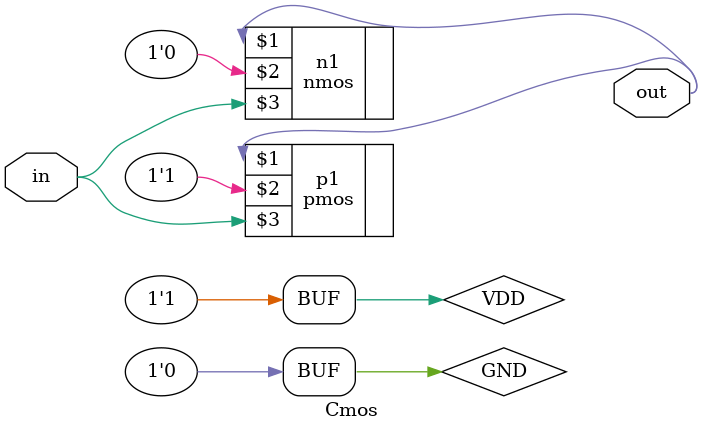
<source format=v>
module Cmos( input in,
 output out);
 supply1 VDD;
 supply0 GND;
 
 pmos p1(out,VDD,in); //drain,source,gate
 nmos n1(out,GND,in); //drain,source,gate
 endmodule
</source>
